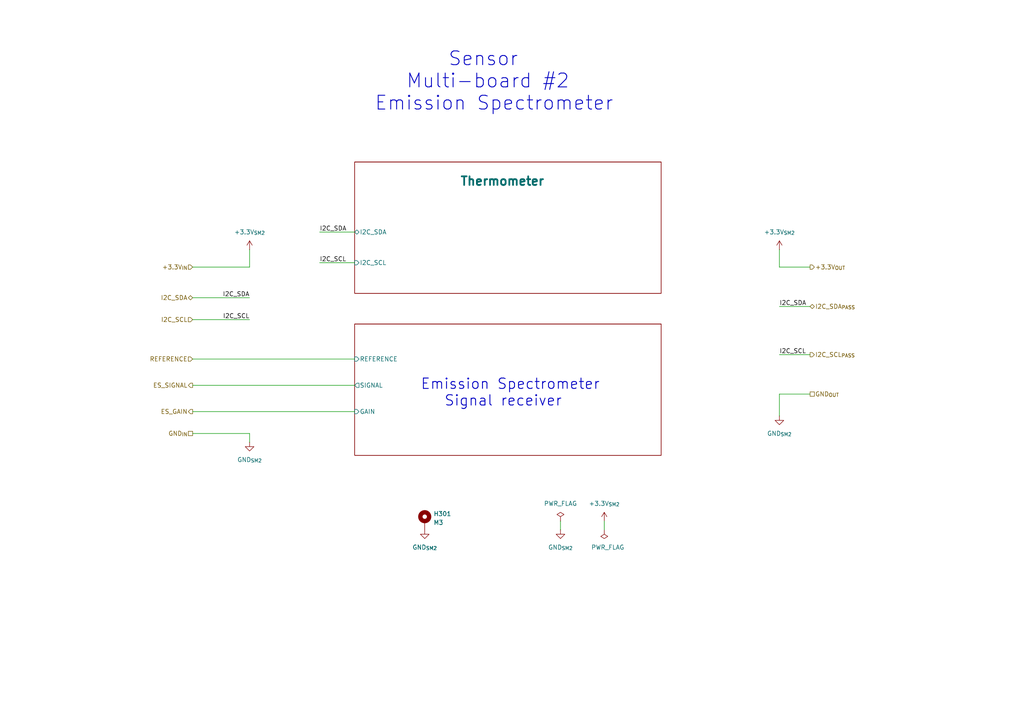
<source format=kicad_sch>
(kicad_sch (version 20231120) (generator "eeschema") (generator_version "8.0")
  (paper "A4")
  (title_block (title "Sensor multi-board") (date "2024-06-17") (rev "${VERSION}") (company "TrendBit s.r.o.") (comment 1 "Designed by: Petr Malaník"))
  (lib_symbols
    (symbol "Mechanical:MountingHole_Pad" (pin_numbers hide) (pin_names (offset 1.016) hide)
      (property "Reference" "H" (at 0 6.35 0))
      (property "Value" "MountingHole_Pad" (at 0 4.445 0))
      (symbol "MountingHole_Pad_0_1"
        (circle (center 0 1.27) (radius 1.27) (stroke (width 1.27)))
      )
      (symbol "MountingHole_Pad_1_1"
        (pin input line (at 0 -2.54 90) (length 2.54) (name "1") (number "1"))
      )
    )
    (symbol "power:+3.3V" (power) (pin_numbers hide) (pin_names (offset 0) hide)
      (property "Value" "+3.3V" (at 0 3.556 0))
      (symbol "+3.3V_0_1"
        (polyline (pts (xy -0.762 1.27) (xy 0 2.54)))
        (polyline (pts (xy 0 0) (xy 0 2.54)))
        (polyline (pts (xy 0 2.54) (xy 0.762 1.27)))
      )
      (symbol "+3.3V_1_1"
        (pin power_in line (at 0 0 90) (length 0) (name "~") (number "1"))
      )
    )
    (symbol "power:GND" (power) (pin_numbers hide) (pin_names (offset 0) hide)
      (property "Value" "GND" (at 0 -3.81 0))
      (symbol "GND_0_1"
        (polyline (pts (xy 0 0) (xy 0 -1.27) (xy 1.27 -1.27) (xy 0 -2.54) (xy -1.27 -1.27) (xy 0 -1.27)))
      )
      (symbol "GND_1_1"
        (pin power_in line (at 0 0 270) (length 0) (name "~") (number "1"))
      )
    )
    (symbol "power:PWR_FLAG" (power) (pin_numbers hide) (pin_names (offset 0) hide)
      (property "Value" "PWR_FLAG" (at 0 3.81 0))
      (symbol "PWR_FLAG_0_0"
        (pin power_out line (at 0 0 90) (length 0) (name "~") (number "1"))
      )
      (symbol "PWR_FLAG_0_1"
        (polyline (pts (xy 0 0) (xy 0 1.27) (xy -1.016 1.905) (xy 0 2.54) (xy 1.016 1.905) (xy 0 1.27)))
      )
    )
  )
  (wire (pts (xy 226.06 77.47) (xy 226.06 72.39)))
  (wire (pts (xy 92.71 67.31) (xy 102.87 67.31)))
  (wire (pts (xy 234.95 77.47) (xy 226.06 77.47)))
  (wire (pts (xy 234.95 114.3) (xy 226.06 114.3)))
  (wire (pts (xy 55.88 125.73) (xy 72.39 125.73)))
  (wire (pts (xy 72.39 77.47) (xy 72.39 72.39)))
  (wire (pts (xy 175.26 151.13) (xy 175.26 153.67)))
  (wire (pts (xy 55.88 111.76) (xy 102.87 111.76)))
  (wire (pts (xy 92.71 76.2) (xy 102.87 76.2)))
  (wire (pts (xy 55.88 92.71) (xy 72.39 92.71)))
  (wire (pts (xy 55.88 104.14) (xy 102.87 104.14)))
  (wire (pts (xy 55.88 119.38) (xy 102.87 119.38)))
  (wire (pts (xy 226.06 102.87) (xy 234.95 102.87)))
  (wire (pts (xy 226.06 114.3) (xy 226.06 120.65)))
  (wire (pts (xy 162.56 151.13) (xy 162.56 153.67)))
  (wire (pts (xy 72.39 125.73) (xy 72.39 128.27)))
  (wire (pts (xy 55.88 77.47) (xy 72.39 77.47)))
  (wire (pts (xy 55.88 86.36) (xy 72.39 86.36)))
  (wire (pts (xy 226.06 88.9) (xy 234.95 88.9)))
  (text "       Sensor\n   Multi-board #2\nEmission Spectrometer" (at 108.585 32.385 0) (effects (font (size 4 4) (thickness 0.254) (bold yes)) (justify left bottom)))
  (text "Emission Spectrometer\n   Signal receiver" (at 121.92 118.11 0) (effects (font (size 3 3) (thickness 0.254) (bold yes)) (justify left bottom)))
  (label "I2C_SDA" (at 226.06 88.9 0))
  (label "I2C_SDA" (at 72.39 86.36 180))
  (label "I2C_SCL" (at 72.39 92.71 180))
  (label "I2C_SCL" (at 226.06 102.87 0))
  (label "I2C_SCL" (at 92.71 76.2 0))
  (label "I2C_SDA" (at 92.71 67.31 0))
  (hierarchical_label "I2C_SCL_{PASS}" (shape output) (at 234.95 102.87 0))
  (hierarchical_label "I2C_SDA" (shape tri_state) (at 55.88 86.36 180))
  (hierarchical_label "+3.3V_{OUT}" (shape output) (at 234.95 77.47 0))
  (hierarchical_label "I2C_SDA_{PASS}" (shape tri_state) (at 234.95 88.9 0))
  (hierarchical_label "GND_{IN}" (shape passive) (at 55.88 125.73 180))
  (hierarchical_label "+3.3V_{IN}" (shape input) (at 55.88 77.47 180))
  (hierarchical_label "ES_SIGNAL" (shape output) (at 55.88 111.76 180))
  (hierarchical_label "I2C_SCL" (shape input) (at 55.88 92.71 180))
  (hierarchical_label "ES_GAIN" (shape output) (at 55.88 119.38 180))
  (hierarchical_label "REFERENCE" (shape input) (at 55.88 104.14 180))
  (hierarchical_label "GND_{OUT}" (shape passive) (at 234.95 114.3 0))
  (symbol (lib_id "power:+3.3V") (at 226.06 72.39 0) (unit 1)
    (property "Reference" "#PWR0306" (effects (hide yes)))
    (property "Value" "+3.3V_{SM2}" (at 226.06 67.31 0))
    (property "Description" "Power symbol creates a global label with name \"+3.3V\"" (effects (hide yes)))
  )
  (symbol (lib_id "power:+3.3V") (at 175.26 151.13 0) (unit 1)
    (property "Reference" "#PWR0305" (effects (hide yes)))
    (property "Value" "+3.3V_{SM2}" (at 175.26 146.05 0))
    (property "Description" "Power symbol creates a global label with name \"+3.3V\"" (effects (hide yes)))
  )
  (symbol (lib_id "power:GND") (at 123.19 153.67 0) (unit 1)
    (property "Reference" "#PWR0303" (effects (hide yes)))
    (property "Value" "GND_{SM2}" (at 123.19 158.75 0))
    (property "Description" "Power symbol creates a global label with name \"GND\" , ground" (effects (hide yes)))
  )
  (symbol (lib_id "power:PWR_FLAG") (at 175.26 153.67 180) (unit 1)
    (property "Reference" "#FLG0302" (effects (hide yes)))
    (property "Value" "PWR_FLAG" (at 171.45 158.75 0) (effects (justify right)))
    (property "Description" "Special symbol for telling ERC where power comes from" (effects (hide yes)))
  )
  (symbol (lib_id "power:PWR_FLAG") (at 162.56 151.13 0) (unit 1)
    (property "Reference" "#FLG0301" (effects (hide yes)))
    (property "Value" "PWR_FLAG" (at 162.56 146.05 0))
    (property "Description" "Special symbol for telling ERC where power comes from" (effects (hide yes)))
  )
  (symbol (lib_id "power:GND") (at 162.56 153.67 0) (unit 1)
    (property "Reference" "#PWR0304" (effects (hide yes)))
    (property "Value" "GND_{SM2}" (at 162.56 158.75 0))
    (property "Description" "Power symbol creates a global label with name \"GND\" , ground" (effects (hide yes)))
  )
  (symbol (lib_id "power:GND") (at 226.06 120.65 0) (unit 1)
    (property "Reference" "#PWR0307" (effects (hide yes)))
    (property "Value" "GND_{SM2}" (at 226.06 125.73 0))
    (property "Description" "Power symbol creates a global label with name \"GND\" , ground" (effects (hide yes)))
  )
  (symbol (lib_id "power:+3.3V") (at 72.39 72.39 0) (unit 1)
    (property "Reference" "#PWR0301" (effects (hide yes)))
    (property "Value" "+3.3V_{SM2}" (at 72.39 67.31 0))
    (property "Description" "Power symbol creates a global label with name \"+3.3V\"" (effects (hide yes)))
  )
  (symbol (lib_id "power:GND") (at 72.39 128.27 0) (unit 1)
    (property "Reference" "#PWR0302" (effects (hide yes)))
    (property "Value" "GND_{SM2}" (at 72.39 133.35 0))
    (property "Description" "Power symbol creates a global label with name \"GND\" , ground" (effects (hide yes)))
  )
  (symbol (lib_id "Mechanical:MountingHole_Pad") (at 123.19 151.13 0) (unit 1) (in_bom no)
    (property "Reference" "H301" (at 125.73 149.0253 0) (effects (justify left)))
    (property "Value" "M3" (at 125.73 151.5622 0) (effects (justify left)))
    (property "Footprint" "MountingHole:MountingHole_3.2mm_M3_Pad_Via" (effects (hide yes)))
  )
  (sheet (at 102.87 93.98) (size 88.9 38.1) (stroke (width 0.1524))
    (property "Sheetname" "ES_LED_Receiver" (effects (hide yes)))
    (property "Sheetfile" "ES_LED_Receiver.kicad_sch" (effects (hide yes)))
    (pin "SIGNAL" output (at 102.87 111.76 180))
    (pin "GAIN" input (at 102.87 119.38 180))
    (pin "REFERENCE" input (at 102.87 104.14 180))
  )
  (sheet (at 102.87 46.99) (size 88.9 38.1) (stroke (width 0.1524))
    (property "Sheetname" "Thermometer" (at 133.35 53.975 0) (effects (font (size 2.5 2.5) (bold yes)) (justify left bottom)))
    (property "Sheetfile" "Thermometer_#2.kicad_sch" (effects (hide yes)))
    (pin "I2C_SDA" tri_state (at 102.87 67.31 180))
    (pin "I2C_SCL" input (at 102.87 76.2 180))
  )
)
</source>
